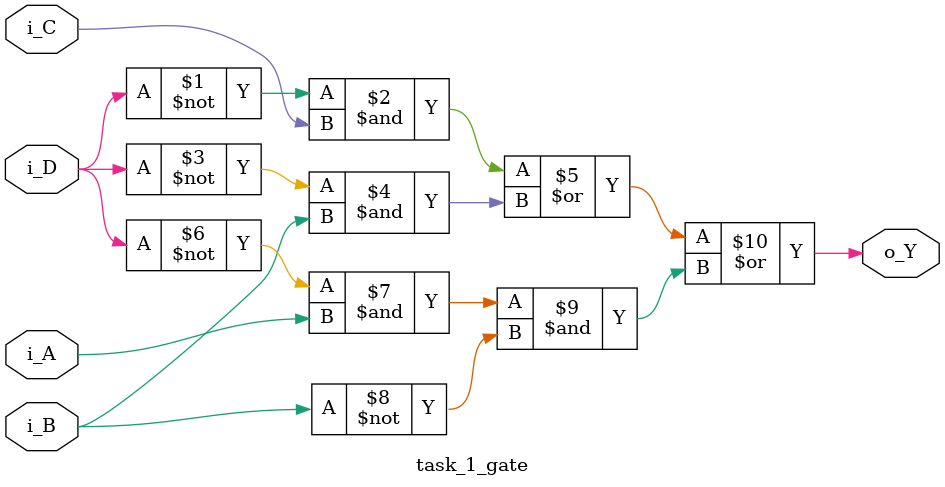
<source format=v>
/*******************************************************************
 *
 * ETF Comment header
 *
 *******************************************************************/

/*******************************************************************
 *
 * Logic table:
 *     ---------------------
 *     | A | B | C | D | Y |
 *     ---------------------
 *     | 0 | 0 | 0 | 0 | 0 |
 *     ---------------------
 *     | 0 | 0 | 0 | 1 | 0 |
 *     ---------------------
 *     | 0 | 0 | 1 | 0 | 0 |
 *     ---------------------
 *     | 0 | 0 | 1 | 1 | 0 |
 *     ---------------------
 *     | 0 | 1 | 0 | 0 | 0 |
 *     ---------------------
 *     | 0 | 1 | 0 | 1 | 0 |
 *     ---------------------
 *     | 0 | 1 | 1 | 0 | 0 |
 *     ---------------------
 *     | 0 | 1 | 1 | 1 | 0 |
 *     ---------------------
 *     | 1 | 0 | 0 | 0 | 0 |
 *     ---------------------
 *     | 1 | 0 | 0 | 1 | 0 |
 *     ---------------------
 *     | 1 | 0 | 1 | 0 | 0 |
 *     ---------------------
 *     | 1 | 0 | 1 | 1 | 0 |
 *     ---------------------
 *     | 1 | 1 | 0 | 0 | 0 |
 *     ---------------------
 *     | 1 | 1 | 0 | 1 | 0 |
 *     ---------------------
 *     | 1 | 1 | 1 | 0 | 0 |
 *     ---------------------
 *     | 1 | 1 | 1 | 1 | 0 |
 *     ---------------------
 *
 *******************************************************************/
module task_1_gate(
    input i_A,
    input i_B,
    input i_C,
    input i_D,
    output o_Y
);
    /** Zadatak 1. Ispod unijeti logicku funkciju koja odgovara datim vrijednostima iz tabele! */
	assign o_Y = (~i_D)&(i_C) | (~i_D)&i_B | (~i_D)&i_A&(~i_B);
    
endmodule : task_1_gate


</source>
